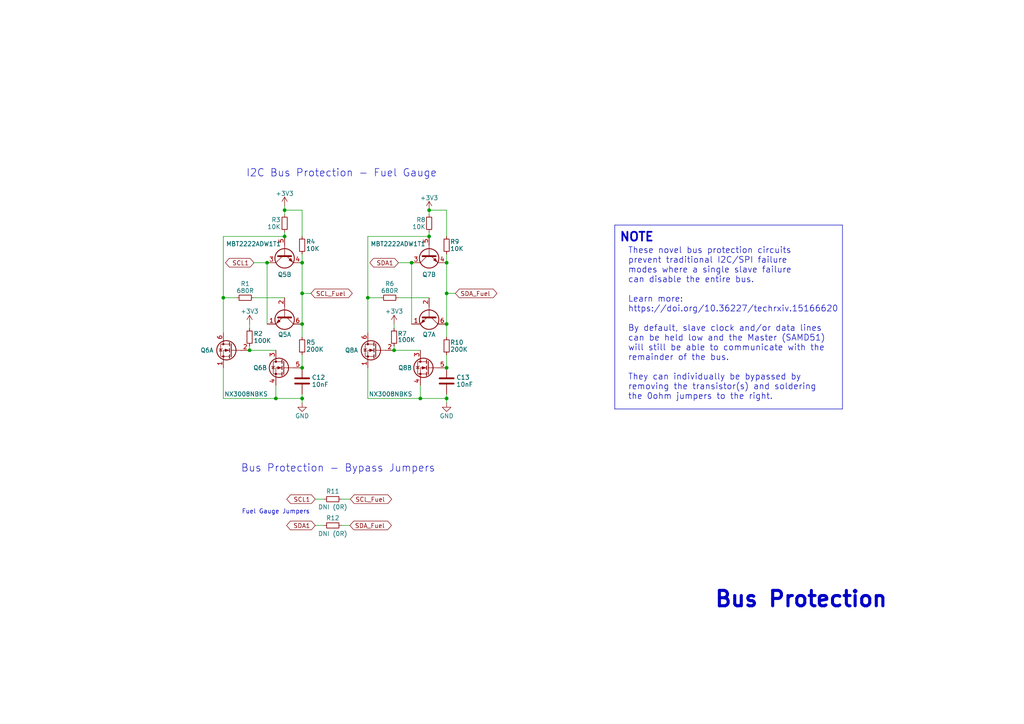
<source format=kicad_sch>
(kicad_sch (version 20231120) (generator "eeschema") (generator_version "8.0")
  (paper "A4")
  (title_block (title "Avionics-BatteryBoard") (date "2024-06-15") (rev "1.1") (company "Argus-1 Cubesat") (comment 1 "M. Holliday") (comment 2 "N. Khera"))
  (lib_symbols
    (symbol "Device:C" (pin_numbers hide) (pin_names (offset 0.254))
      (property "Reference" "C" (at 0.635 2.54 0))
      (property "Value" "C" (at 0.635 -2.54 0))
      (symbol "C_0_1"
        (polyline (pts (xy -2.032 -0.762) (xy 2.032 -0.762)) (stroke (width 0.508)))
        (polyline (pts (xy -2.032 0.762) (xy 2.032 0.762)) (stroke (width 0.508)))
      )
      (symbol "C_1_1"
        (pin passive line (at 0 3.81 270) (length 2.794) (name "~") (number "1"))
        (pin passive line (at 0 -3.81 90) (length 2.794) (name "~") (number "2"))
      )
    )
    (symbol "Device:R_Small" (pin_numbers hide) (pin_names (offset 0.254) hide)
      (property "Reference" "R" (at 0.762 0.508 0))
      (property "Value" "R_Small" (at 0.762 -1.016 0))
      (symbol "R_Small_0_1"
        (rectangle (start -0.762 1.778) (end 0.762 -1.778) (stroke (width 0.2032)))
      )
      (symbol "R_Small_1_1"
        (pin passive line (at 0 2.54 270) (length 0.762) (name "~") (number "1"))
        (pin passive line (at 0 -2.54 90) (length 0.762) (name "~") (number "2"))
      )
    )
    (symbol "Transistor_BJT:MBT2222ADW1T1" (pin_names (offset 0) hide)
      (property "Reference" "Q" (at 5.08 1.27 0))
      (property "Value" "MBT2222ADW1T1" (at 5.08 -1.27 0))
      (symbol "MBT2222ADW1T1_0_1"
        (polyline (pts (xy 0.635 0) (xy -2.54 0)))
        (polyline (pts (xy 0.635 0.635) (xy 2.54 2.54)))
        (polyline (pts (xy 0.635 -0.635) (xy 2.54 -2.54) (xy 2.54 -2.54)))
        (polyline (pts (xy 0.635 1.905) (xy 0.635 -1.905) (xy 0.635 -1.905)) (stroke (width 0.508)))
        (polyline (pts (xy 1.27 -1.778) (xy 1.778 -1.27) (xy 2.286 -2.286) (xy 1.27 -1.778) (xy 1.27 -1.778)) (fill (type outline)))
        (circle (center 1.27 0) (radius 2.8194) (stroke (width 0.254)))
      )
      (symbol "MBT2222ADW1T1_1_1"
        (pin passive line (at 2.54 -5.08 90) (length 2.54) (name "E1") (number "1"))
        (pin input line (at -5.08 0 0) (length 2.54) (name "B1") (number "2"))
        (pin passive line (at 2.54 5.08 270) (length 2.54) (name "C1") (number "6"))
      )
      (symbol "MBT2222ADW1T1_2_1"
        (pin passive line (at 2.54 5.08 270) (length 2.54) (name "C2") (number "3"))
        (pin passive line (at 2.54 -5.08 90) (length 2.54) (name "E2") (number "4"))
        (pin input line (at -5.08 0 0) (length 2.54) (name "B2") (number "5"))
      )
    )
    (symbol "mainboard:NX3008NBKS" (pin_names (offset 0.762) hide)
      (property "Reference" "Q" (at 5.08 1.27 0))
      (property "Value" "NX3008NBKS" (at 5.08 -1.27 0))
      (symbol "NX3008NBKS_1_1"
        (polyline (pts (xy -1.016 0) (xy -3.81 0)))
        (polyline (pts (xy -1.016 1.905) (xy -1.016 -1.905)) (stroke (width 0.254)))
        (polyline (pts (xy -0.508 -1.27) (xy -0.508 -2.286)) (stroke (width 0.254)))
        (polyline (pts (xy -0.508 0.508) (xy -0.508 -0.508)) (stroke (width 0.254)))
        (polyline (pts (xy -0.508 2.286) (xy -0.508 1.27)) (stroke (width 0.254)))
        (polyline (pts (xy 1.27 2.54) (xy 1.27 1.778)))
        (polyline (pts (xy 1.27 -2.54) (xy 1.27 0) (xy -0.508 0)))
        (polyline (pts (xy -0.508 -1.778) (xy 2.032 -1.778) (xy 2.032 1.778) (xy -0.508 1.778)))
        (polyline (pts (xy -0.254 0) (xy 0.762 0.381) (xy 0.762 -0.381) (xy -0.254 0)) (fill (type outline)))
        (polyline (pts (xy 1.524 0.508) (xy 1.651 0.381) (xy 2.413 0.381) (xy 2.54 0.254)))
        (polyline (pts (xy 2.032 0.381) (xy 1.651 -0.254) (xy 2.413 -0.254) (xy 2.032 0.381)))
        (circle (center 0.381 0) (radius 2.794) (stroke (width 0.254)))
        (circle (center 1.27 -1.778) (radius 0.254) (fill (type outline)))
        (circle (center 1.27 1.778) (radius 0.254) (fill (type outline)))
        (pin passive line (at 1.27 -5.08 90) (length 2.54) (name "S2") (number "1"))
        (pin input line (at -6.35 0 0) (length 2.54) (name "G2") (number "2"))
        (pin passive line (at 1.27 5.08 270) (length 2.54) (name "D1") (number "6"))
      )
      (symbol "NX3008NBKS_2_1"
        (polyline (pts (xy -1.016 0) (xy -3.81 0)))
        (polyline (pts (xy -1.016 1.905) (xy -1.016 -1.905)) (stroke (width 0.254)))
        (polyline (pts (xy -0.508 -1.27) (xy -0.508 -2.286)) (stroke (width 0.254)))
        (polyline (pts (xy -0.508 0.508) (xy -0.508 -0.508)) (stroke (width 0.254)))
        (polyline (pts (xy -0.508 2.286) (xy -0.508 1.27)) (stroke (width 0.254)))
        (polyline (pts (xy 1.27 2.54) (xy 1.27 1.778)))
        (polyline (pts (xy 1.27 -2.54) (xy 1.27 0) (xy -0.508 0)))
        (polyline (pts (xy -0.508 -1.778) (xy 2.032 -1.778) (xy 2.032 1.778) (xy -0.508 1.778)))
        (polyline (pts (xy -0.254 0) (xy 0.762 0.381) (xy 0.762 -0.381) (xy -0.254 0)) (fill (type outline)))
        (polyline (pts (xy 1.524 0.508) (xy 1.651 0.381) (xy 2.413 0.381) (xy 2.54 0.254)))
        (polyline (pts (xy 2.032 0.381) (xy 1.651 -0.254) (xy 2.413 -0.254) (xy 2.032 0.381)))
        (circle (center 0.381 0) (radius 2.794) (stroke (width 0.254)))
        (circle (center 1.27 -1.778) (radius 0.254) (fill (type outline)))
        (circle (center 1.27 1.778) (radius 0.254) (fill (type outline)))
        (pin passive line (at 1.27 5.08 270) (length 2.54) (name "D2") (number "3"))
        (pin passive line (at 1.27 -5.08 90) (length 2.54) (name "S1") (number "4"))
        (pin input line (at -6.35 0 0) (length 2.54) (name "G1") (number "5"))
      )
    )
    (symbol "power:+3V3" (power) (pin_names (offset 0))
      (property "Value" "+3V3" (at 0 3.556 0))
      (symbol "+3V3_0_1"
        (polyline (pts (xy -0.762 1.27) (xy 0 2.54)))
        (polyline (pts (xy 0 0) (xy 0 2.54)))
        (polyline (pts (xy 0 2.54) (xy 0.762 1.27)))
      )
      (symbol "+3V3_1_1"
        (pin power_in line (at 0 0 90) (length 0) hide (name "+3V3") (number "1"))
      )
    )
    (symbol "power:GND" (power) (pin_names (offset 0))
      (property "Value" "GND" (at 0 -3.81 0))
      (symbol "GND_0_1"
        (polyline (pts (xy 0 0) (xy 0 -1.27) (xy 1.27 -1.27) (xy 0 -2.54) (xy -1.27 -1.27) (xy 0 -1.27)))
      )
      (symbol "GND_1_1"
        (pin power_in line (at 0 0 270) (length 0) hide (name "GND") (number "1"))
      )
    )
  )
  (junction (at 124.46 60.96))
  (junction (at 82.55 60.96))
  (junction (at 129.54 115.57))
  (junction (at 82.55 68.58))
  (junction (at 77.47 76.2))
  (junction (at 87.63 93.98))
  (junction (at 119.38 76.2))
  (junction (at 87.63 76.2))
  (junction (at 121.92 115.57))
  (junction (at 64.77 86.36))
  (junction (at 72.39 101.6))
  (junction (at 87.63 85.09))
  (junction (at 129.54 93.98))
  (junction (at 129.54 76.2))
  (junction (at 87.63 115.57))
  (junction (at 129.54 85.09))
  (junction (at 124.46 68.58))
  (junction (at 106.68 86.36))
  (junction (at 87.63 106.68))
  (junction (at 129.54 106.68))
  (junction (at 80.01 115.57))
  (junction (at 114.3 101.6))
  (wire (pts (xy 87.63 85.09) (xy 87.63 76.2)))
  (wire (pts (xy 82.55 60.96) (xy 82.55 62.23)))
  (wire (pts (xy 115.57 86.36) (xy 124.46 86.36)))
  (wire (pts (xy 129.54 93.98) (xy 129.54 97.79)))
  (wire (pts (xy 99.06 152.4) (xy 101.473 152.4)))
  (wire (pts (xy 73.66 76.2) (xy 77.47 76.2)))
  (wire (pts (xy 90.17 85.09) (xy 87.63 85.09)))
  (wire (pts (xy 80.01 115.57) (xy 87.63 115.57)))
  (wire (pts (xy 72.39 100.33) (xy 72.39 101.6)))
  (wire (pts (xy 82.55 59.69) (xy 82.55 60.96)))
  (wire (pts (xy 129.54 115.57) (xy 129.54 114.3)))
  (wire (pts (xy 82.55 60.96) (xy 87.63 60.96)))
  (wire (pts (xy 80.01 111.76) (xy 80.01 115.57)))
  (wire (pts (xy 64.77 115.57) (xy 80.01 115.57)))
  (wire (pts (xy 87.63 115.57) (xy 87.63 114.3)))
  (wire (pts (xy 64.77 86.36) (xy 68.58 86.36)))
  (wire (pts (xy 64.77 106.68) (xy 64.77 115.57)))
  (wire (pts (xy 64.77 86.36) (xy 64.77 68.58)))
  (wire (pts (xy 124.46 67.31) (xy 124.46 68.58)))
  (wire (pts (xy 129.54 85.09) (xy 129.54 76.2)))
  (wire (pts (xy 72.39 93.98) (xy 72.39 95.25)))
  (wire (pts (xy 119.38 76.2) (xy 119.38 93.98)))
  (wire (pts (xy 73.66 86.36) (xy 82.55 86.36)))
  (wire (pts (xy 91.44 152.4) (xy 93.98 152.4)))
  (wire (pts (xy 106.68 86.36) (xy 106.68 68.58)))
  (wire (pts (xy 106.68 115.57) (xy 121.92 115.57)))
  (polyline (pts (xy 178.308 65.278) (xy 178.308 118.618)))
  (wire (pts (xy 64.77 96.52) (xy 64.77 86.36)))
  (wire (pts (xy 82.55 67.31) (xy 82.55 68.58)))
  (wire (pts (xy 99.06 144.78) (xy 101.6 144.78)))
  (wire (pts (xy 129.54 102.87) (xy 129.54 106.68)))
  (polyline (pts (xy 244.348 65.278) (xy 178.308 65.278)))
  (wire (pts (xy 114.3 100.33) (xy 114.3 101.6)))
  (wire (pts (xy 87.63 60.96) (xy 87.63 68.58)))
  (wire (pts (xy 124.46 60.96) (xy 124.46 62.23)))
  (polyline (pts (xy 178.308 118.618) (xy 244.348 118.618)))
  (wire (pts (xy 87.63 116.84) (xy 87.63 115.57)))
  (wire (pts (xy 106.68 68.58) (xy 124.46 68.58)))
  (wire (pts (xy 87.63 73.66) (xy 87.63 76.2)))
  (wire (pts (xy 121.92 111.76) (xy 121.92 115.57)))
  (wire (pts (xy 87.63 102.87) (xy 87.63 106.68)))
  (wire (pts (xy 87.63 93.98) (xy 87.63 97.79)))
  (wire (pts (xy 106.68 96.52) (xy 106.68 86.36)))
  (wire (pts (xy 129.54 73.66) (xy 129.54 76.2)))
  (polyline (pts (xy 244.348 118.618) (xy 244.348 65.278)))
  (wire (pts (xy 87.63 93.98) (xy 87.63 85.09)))
  (wire (pts (xy 129.54 60.96) (xy 129.54 68.58)))
  (wire (pts (xy 121.92 115.57) (xy 129.54 115.57)))
  (wire (pts (xy 114.3 93.98) (xy 114.3 95.25)))
  (wire (pts (xy 72.39 101.6) (xy 80.01 101.6)))
  (wire (pts (xy 132.08 85.09) (xy 129.54 85.09)))
  (wire (pts (xy 114.3 101.6) (xy 121.92 101.6)))
  (wire (pts (xy 77.47 76.2) (xy 77.47 93.98)))
  (wire (pts (xy 106.68 86.36) (xy 110.49 86.36)))
  (wire (pts (xy 129.54 93.98) (xy 129.54 85.09)))
  (wire (pts (xy 115.57 76.2) (xy 119.38 76.2)))
  (wire (pts (xy 91.44 144.78) (xy 93.98 144.78)))
  (wire (pts (xy 64.77 68.58) (xy 82.55 68.58)))
  (wire (pts (xy 129.54 116.84) (xy 129.54 115.57)))
  (wire (pts (xy 106.68 106.68) (xy 106.68 115.57)))
  (wire (pts (xy 129.54 60.96) (xy 124.46 60.96)))
  (text "NOTE" (at 179.578 70.358 0) (effects (font (size 2.54 2.54) (thickness 0.508) (bold yes)) (justify left bottom)))
  (text "Fuel Gauge Jumpers" (at 70.104 149.225 0) (effects (font (size 1.27 1.27)) (justify left bottom)))
  (text "I2C Bus Protection - Fuel Gauge" (at 71.374 51.562 0) (effects (font (size 2.159 2.159)) (justify left bottom)))
  (text "These novel bus protection circuits\nprevent traditional I2C/SPI failure \nmodes where a single slave failure\ncan disable the entire bus.\n\nLearn more: \nhttps://doi.org/10.36227/techrxiv.15166620\n\nBy default, slave clock and/or data lines \ncan be held low and the Master (SAMD51) \nwill still be able to communicate with the \nremainder of the bus.\n\nThey can individually be bypassed by \nremoving the transistor(s) and soldering\nthe 0ohm jumpers to the right." (at 182.118 116.078 0) (effects (font (size 1.7526 1.7526)) (justify left bottom)))
  (text "Bus Protection" (at 207.01 176.53 0) (effects (font (size 4.445 4.445) (thickness 0.889) (bold yes)) (justify left bottom)))
  (text "Bus Protection - Bypass Jumpers" (at 69.85 137.16 0) (effects (font (size 2.159 2.159)) (justify left bottom)))
  (global_label "SDA1" (shape bidirectional) (at 115.57 76.2 180) (property "Intersheetrefs" "${INTERSHEET_REFS}" (effects (hide yes))))
  (global_label "SDA_Fuel" (shape bidirectional) (at 101.473 152.4 0) (property "Intersheetrefs" "${INTERSHEET_REFS}" (effects (hide yes))))
  (global_label "SCL_Fuel" (shape bidirectional) (at 90.17 85.09 0) (property "Intersheetrefs" "${INTERSHEET_REFS}" (effects (hide yes))))
  (global_label "SCL1" (shape bidirectional) (at 91.44 144.78 180) (property "Intersheetrefs" "${INTERSHEET_REFS}" (effects (hide yes))))
  (global_label "SDA_Fuel" (shape bidirectional) (at 132.08 85.09 0) (property "Intersheetrefs" "${INTERSHEET_REFS}" (effects (hide yes))))
  (global_label "SCL_Fuel" (shape bidirectional) (at 101.6 144.78 0) (property "Intersheetrefs" "${INTERSHEET_REFS}" (effects (hide yes))))
  (global_label "SCL1" (shape bidirectional) (at 73.66 76.2 180) (property "Intersheetrefs" "${INTERSHEET_REFS}" (effects (hide yes))))
  (global_label "SDA1" (shape bidirectional) (at 91.44 152.4 180) (property "Intersheetrefs" "${INTERSHEET_REFS}" (effects (hide yes))))
  (symbol (lib_id "Device:C") (at 129.54 110.49 0) (unit 1)
    (property "Reference" "C13" (at 132.334 109.474 0) (effects (justify left)))
    (property "Value" "10nF" (at 132.334 111.506 0) (effects (justify left)))
    (property "Footprint" "Capacitor_SMD:C_0603_1608Metric" (effects (hide yes)))
    (property "Description" "10nF +-10% 50V X7R" (effects (hide yes)))
  )
  (symbol (lib_id "Device:R_Small") (at 96.52 152.4 270) (unit 1)
    (property "Reference" "R12" (at 96.52 150.241 90))
    (property "Value" "DNI (0R)" (at 96.52 154.813 90))
    (property "Footprint" "Resistor_SMD:R_0603_1608Metric" (effects (hide yes)))
    (property "Description" "Resistor, small symbol" (effects (hide yes)))
    (property "DNI" "DNI" (effects (hide yes)))
  )
  (symbol (lib_id "power:+3V3") (at 72.39 93.98 0) (unit 1)
    (property "Reference" "#PWR024" (effects (hide yes)))
    (property "Value" "+3V3" (at 72.39 90.297 0))
  )
  (symbol (lib_id "power:+3V3") (at 82.55 59.69 0) (unit 1)
    (property "Reference" "#PWR025" (effects (hide yes)))
    (property "Value" "+3V3" (at 82.55 56.134 0))
  )
  (symbol (lib_id "power:+3V3") (at 124.46 60.96 0) (unit 1)
    (property "Reference" "#PWR028" (effects (hide yes)))
    (property "Value" "+3V3" (at 124.46 57.404 0))
  )
  (symbol (lib_id "mainboard:NX3008NBKS") (at 81.28 106.68 0) (mirror y) (unit 2)
    (property "Reference" "Q6" (at 77.47 106.68 0) (effects (justify left)))
    (property "Value" "NX3008NBKS" (effects (hide yes)))
    (property "Footprint" "Package_TO_SOT_SMD:SOT-363_SC-70-6" (effects (hide yes)))
    (property "Datasheet" "https://assets.nexperia.com/documents/data-sheet/NX3008NBKS.pdf" (effects (hide yes)))
    (property "Description" "Dual N-Channel MOSFET - 2NMOS" (effects (hide yes)))
    (property "Manufacturer_Name" "Nexperia USA Inc." (effects (hide yes)))
    (property "Manufacturer_Part_Number" "NX3008NBKS" (effects (hide yes)))
    (property "Proto" "BSS138DWQ-7" (effects (hide yes)))
  )
  (symbol (lib_id "mainboard:NX3008NBKS") (at 107.95 101.6 0) (mirror y) (unit 1)
    (property "Reference" "Q8" (at 103.886 101.6 0) (effects (justify left)))
    (property "Value" "NX3008NBKS" (at 119.634 114.3 0) (effects (justify left)))
    (property "Footprint" "Package_TO_SOT_SMD:SOT-363_SC-70-6" (effects (hide yes)))
    (property "Datasheet" "https://assets.nexperia.com/documents/data-sheet/NX3008NBKS.pdf" (effects (hide yes)))
    (property "Description" "Dual N-Channel MOSFET - 2NMOS" (effects (hide yes)))
    (property "Manufacturer_Name" "Nexperia USA Inc." (effects (hide yes)))
    (property "Manufacturer_Part_Number" "NX3008NBKS" (effects (hide yes)))
    (property "Proto" "BSS138DWQ-7" (effects (hide yes)))
  )
  (symbol (lib_id "power:+3V3") (at 114.3 93.98 0) (unit 1)
    (property "Reference" "#PWR027" (effects (hide yes)))
    (property "Value" "+3V3" (at 114.3 90.297 0))
  )
  (symbol (lib_id "Device:R_Small") (at 124.46 64.77 0) (unit 1)
    (property "Reference" "R8" (at 123.444 63.754 0) (effects (justify right)))
    (property "Value" "10K" (at 123.444 65.786 0) (effects (justify right)))
    (property "Footprint" "Resistor_SMD:R_0603_1608Metric" (effects (hide yes)))
    (property "Description" "Resistor, small symbol" (effects (hide yes)))
  )
  (symbol (lib_id "Transistor_BJT:MBT2222ADW1T1") (at 82.55 91.44 270) (unit 1)
    (property "Reference" "Q5" (at 82.55 97.028 90))
    (property "Value" "MBT2222ADW1T1" (effects (hide yes)))
    (property "Footprint" "Package_TO_SOT_SMD:SOT-363_SC-70-6" (effects (hide yes)))
    (property "Datasheet" "http://www.onsemi.com/pub_link/Collateral/MBT2222ADW1T1-D.PDF" (effects (hide yes)))
    (property "Description" "Dual NPN BJT - 2NPN" (effects (hide yes)))
    (property "Flight" "MBT2222ADW1T1G" (effects (hide yes)))
    (property "Manufacturer_Name" "ON Semiconductor" (effects (hide yes)))
    (property "Manufacturer_Part_Number" "MBT2222ADW1T1G" (effects (hide yes)))
    (property "Proto" "MBT2222ADW1T1G" (effects (hide yes)))
  )
  (symbol (lib_id "Device:R_Small") (at 82.55 64.77 0) (unit 1)
    (property "Reference" "R3" (at 81.407 63.754 0) (effects (justify right)))
    (property "Value" "10K" (at 81.407 65.786 0) (effects (justify right)))
    (property "Footprint" "Resistor_SMD:R_0603_1608Metric" (effects (hide yes)))
    (property "Description" "Resistor, small symbol" (effects (hide yes)))
  )
  (symbol (lib_id "Device:R_Small") (at 72.39 97.79 0) (unit 1)
    (property "Reference" "R2" (at 73.533 96.774 0) (effects (justify left)))
    (property "Value" "100K" (at 73.533 98.806 0) (effects (justify left)))
    (property "Footprint" "Resistor_SMD:R_0603_1608Metric" (effects (hide yes)))
    (property "Description" "Resistor, small symbol" (effects (hide yes)))
  )
  (symbol (lib_id "Device:R_Small") (at 96.52 144.78 270) (unit 1)
    (property "Reference" "R11" (at 96.52 142.494 90))
    (property "Value" "DNI (0R)" (at 96.52 147.066 90))
    (property "Footprint" "Resistor_SMD:R_0603_1608Metric" (effects (hide yes)))
    (property "Description" "Resistor, small symbol" (effects (hide yes)))
    (property "DNI" "DNI" (effects (hide yes)))
  )
  (symbol (lib_id "power:GND") (at 129.54 116.84 0) (unit 1)
    (property "Reference" "#PWR029" (effects (hide yes)))
    (property "Value" "GND" (at 129.54 120.65 0))
  )
  (symbol (lib_id "Device:R_Small") (at 71.12 86.36 270) (unit 1)
    (property "Reference" "R1" (at 71.12 82.296 90))
    (property "Value" "680R" (at 71.12 84.328 90))
    (property "Footprint" "Resistor_SMD:R_0603_1608Metric" (effects (hide yes)))
    (property "Description" "Resistor, small symbol" (effects (hide yes)))
  )
  (symbol (lib_id "Transistor_BJT:MBT2222ADW1T1") (at 124.46 91.44 270) (unit 1)
    (property "Reference" "Q7" (at 124.46 97.028 90))
    (property "Value" "MBT2222ADW1T1" (effects (hide yes)))
    (property "Footprint" "Package_TO_SOT_SMD:SOT-363_SC-70-6" (effects (hide yes)))
    (property "Datasheet" "http://www.onsemi.com/pub_link/Collateral/MBT2222ADW1T1-D.PDF" (effects (hide yes)))
    (property "Description" "Dual NPN BJT - 2NPN" (effects (hide yes)))
    (property "Flight" "MBT2222ADW1T1G" (effects (hide yes)))
    (property "Manufacturer_Name" "ON Semiconductor" (effects (hide yes)))
    (property "Manufacturer_Part_Number" "MBT2222ADW1T1G" (effects (hide yes)))
    (property "Proto" "MBT2222ADW1T1G" (effects (hide yes)))
  )
  (symbol (lib_id "power:GND") (at 87.63 116.84 0) (unit 1)
    (property "Reference" "#PWR026" (effects (hide yes)))
    (property "Value" "GND" (at 87.63 120.65 0))
  )
  (symbol (lib_id "Device:R_Small") (at 87.63 71.12 0) (unit 1)
    (property "Reference" "R4" (at 88.773 70.104 0) (effects (justify left)))
    (property "Value" "10K" (at 88.773 72.136 0) (effects (justify left)))
    (property "Footprint" "Resistor_SMD:R_0603_1608Metric" (effects (hide yes)))
    (property "Description" "Resistor, small symbol" (effects (hide yes)))
  )
  (symbol (lib_id "mainboard:NX3008NBKS") (at 66.04 101.6 0) (mirror y) (unit 1)
    (property "Reference" "Q6" (at 61.976 101.6 0) (effects (justify left)))
    (property "Value" "NX3008NBKS" (at 77.724 114.3 0) (effects (justify left)))
    (property "Footprint" "Package_TO_SOT_SMD:SOT-363_SC-70-6" (effects (hide yes)))
    (property "Datasheet" "https://assets.nexperia.com/documents/data-sheet/NX3008NBKS.pdf" (effects (hide yes)))
    (property "Description" "Dual N-Channel MOSFET - 2NMOS" (effects (hide yes)))
    (property "Manufacturer_Name" "Nexperia USA Inc." (effects (hide yes)))
    (property "Manufacturer_Part_Number" "NX3008NBKS" (effects (hide yes)))
    (property "Proto" "BSS138DWQ-7" (effects (hide yes)))
  )
  (symbol (lib_id "Device:R_Small") (at 129.54 71.12 0) (unit 1)
    (property "Reference" "R9" (at 130.556 70.104 0) (effects (justify left)))
    (property "Value" "10K" (at 130.556 72.136 0) (effects (justify left)))
    (property "Footprint" "Resistor_SMD:R_0603_1608Metric" (effects (hide yes)))
    (property "Description" "Resistor, small symbol" (effects (hide yes)))
  )
  (symbol (lib_id "mainboard:NX3008NBKS") (at 123.19 106.68 0) (mirror y) (unit 2)
    (property "Reference" "Q8" (at 119.507 106.68 0) (effects (justify left)))
    (property "Value" "NX3008NBKS" (effects (hide yes)))
    (property "Footprint" "Package_TO_SOT_SMD:SOT-363_SC-70-6" (effects (hide yes)))
    (property "Datasheet" "https://assets.nexperia.com/documents/data-sheet/NX3008NBKS.pdf" (effects (hide yes)))
    (property "Description" "Dual N-Channel MOSFET - 2NMOS" (effects (hide yes)))
    (property "Manufacturer_Name" "Nexperia USA Inc." (effects (hide yes)))
    (property "Manufacturer_Part_Number" "NX3008NBKS" (effects (hide yes)))
    (property "Proto" "BSS138DWQ-7" (effects (hide yes)))
  )
  (symbol (lib_id "Device:R_Small") (at 87.63 100.33 0) (unit 1)
    (property "Reference" "R5" (at 88.773 99.314 0) (effects (justify left)))
    (property "Value" "200K" (at 88.773 101.346 0) (effects (justify left)))
    (property "Footprint" "Resistor_SMD:R_0603_1608Metric" (effects (hide yes)))
    (property "Description" "Resistor, small symbol" (effects (hide yes)))
  )
  (symbol (lib_id "Device:R_Small") (at 113.03 86.36 270) (unit 1)
    (property "Reference" "R6" (at 113.03 82.296 90))
    (property "Value" "680R" (at 113.03 84.328 90))
    (property "Footprint" "Resistor_SMD:R_0603_1608Metric" (effects (hide yes)))
    (property "Description" "Resistor, small symbol" (effects (hide yes)))
  )
  (symbol (lib_id "Device:C") (at 87.63 110.49 0) (unit 1)
    (property "Reference" "C12" (at 90.424 109.474 0) (effects (justify left)))
    (property "Value" "10nF" (at 90.424 111.5314 0) (effects (justify left)))
    (property "Footprint" "Capacitor_SMD:C_0603_1608Metric" (effects (hide yes)))
    (property "Description" "10nF +-10% 50V X7R" (effects (hide yes)))
  )
  (symbol (lib_id "Device:R_Small") (at 129.54 100.33 0) (unit 1)
    (property "Reference" "R10" (at 130.556 99.314 0) (effects (justify left)))
    (property "Value" "200K" (at 130.556 101.346 0) (effects (justify left)))
    (property "Footprint" "Resistor_SMD:R_0603_1608Metric" (effects (hide yes)))
    (property "Description" "Resistor, small symbol" (effects (hide yes)))
  )
  (symbol (lib_id "Transistor_BJT:MBT2222ADW1T1") (at 82.55 73.66 90) (mirror x) (unit 2)
    (property "Reference" "Q5" (at 82.55 79.629 90))
    (property "Value" "MBT2222ADW1T1" (at 73.533 70.739 90))
    (property "Footprint" "Package_TO_SOT_SMD:SOT-363_SC-70-6" (effects (hide yes)))
    (property "Datasheet" "http://www.onsemi.com/pub_link/Collateral/MBT2222ADW1T1-D.PDF" (effects (hide yes)))
    (property "Description" "Dual NPN BJT - 2NPN" (effects (hide yes)))
    (property "Flight" "MBT2222ADW1T1G" (effects (hide yes)))
    (property "Manufacturer_Name" "ON Semiconductor" (effects (hide yes)))
    (property "Manufacturer_Part_Number" "MBT2222ADW1T1G" (effects (hide yes)))
    (property "Proto" "MBT2222ADW1T1G" (effects (hide yes)))
  )
  (symbol (lib_id "Device:R_Small") (at 114.3 97.79 0) (unit 1)
    (property "Reference" "R7" (at 115.316 96.774 0) (effects (justify left)))
    (property "Value" "100K" (at 115.316 98.552 0) (effects (justify left)))
    (property "Footprint" "Resistor_SMD:R_0603_1608Metric" (effects (hide yes)))
    (property "Description" "Resistor, small symbol" (effects (hide yes)))
  )
  (symbol (lib_id "Transistor_BJT:MBT2222ADW1T1") (at 124.46 73.66 90) (mirror x) (unit 2)
    (property "Reference" "Q7" (at 124.46 79.629 90))
    (property "Value" "MBT2222ADW1T1" (at 115.443 70.739 90))
    (property "Footprint" "Package_TO_SOT_SMD:SOT-363_SC-70-6" (effects (hide yes)))
    (property "Datasheet" "http://www.onsemi.com/pub_link/Collateral/MBT2222ADW1T1-D.PDF" (effects (hide yes)))
    (property "Description" "Dual NPN BJT - 2NPN" (effects (hide yes)))
    (property "Flight" "MBT2222ADW1T1G" (effects (hide yes)))
    (property "Manufacturer_Name" "ON Semiconductor" (effects (hide yes)))
    (property "Manufacturer_Part_Number" "MBT2222ADW1T1G" (effects (hide yes)))
    (property "Proto" "MBT2222ADW1T1G" (effects (hide yes)))
  )
)
</source>
